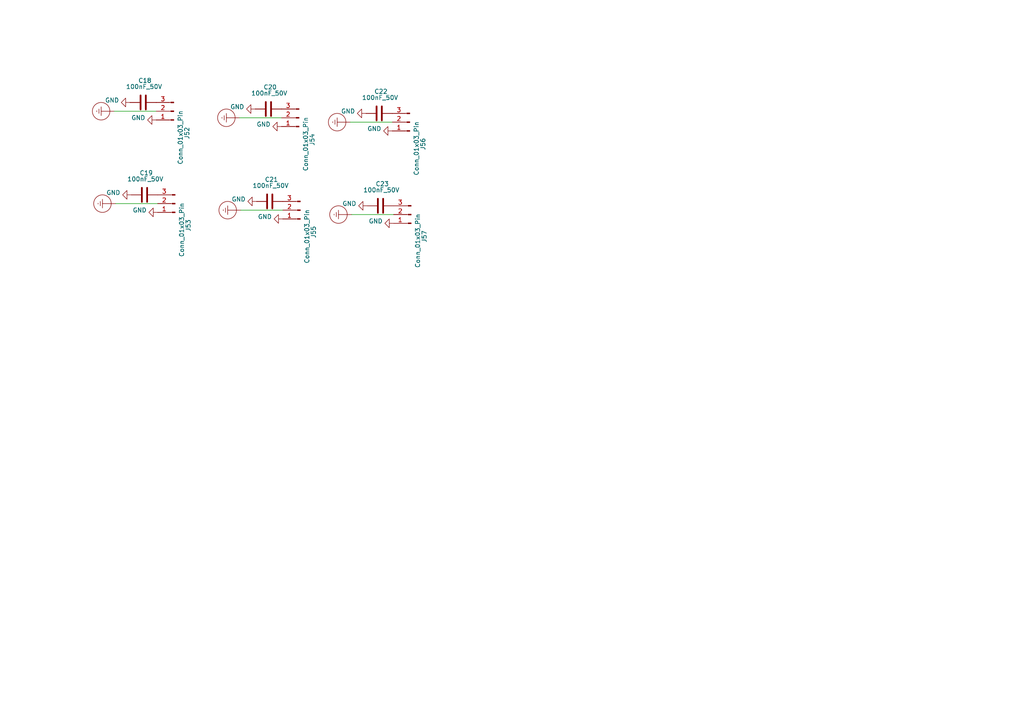
<source format=kicad_sch>
(kicad_sch (version 20231120) (generator "eeschema") (generator_version "8.0")
  (paper "A4")
  (lib_symbols
    (symbol "Connector:Conn_01x03_Pin" (pin_names (offset 1.016) hide)
      (property "Reference" "J" (at 0 5.08 0))
      (property "Value" "Conn_01x03_Pin" (at 0 -5.08 0))
      (symbol "Conn_01x03_Pin_1_1"
        (polyline (pts (xy 1.27 -2.54) (xy 0.8636 -2.54)) (stroke (width 0.1524)))
        (polyline (pts (xy 1.27 0) (xy 0.8636 0)) (stroke (width 0.1524)))
        (polyline (pts (xy 1.27 2.54) (xy 0.8636 2.54)) (stroke (width 0.1524)))
        (rectangle (start 0.8636 -2.413) (end 0 -2.667) (stroke (width 0.1524)) (fill (type outline)))
        (rectangle (start 0.8636 0.127) (end 0 -0.127) (stroke (width 0.1524)) (fill (type outline)))
        (rectangle (start 0.8636 2.667) (end 0 2.413) (stroke (width 0.1524)) (fill (type outline)))
        (pin passive line (at 5.08 2.54 180) (length 3.81) (name "Pin_1") (number "1"))
        (pin passive line (at 5.08 0 180) (length 3.81) (name "Pin_2") (number "2"))
        (pin passive line (at 5.08 -2.54 180) (length 3.81) (name "Pin_3") (number "3"))
      )
    )
    (symbol "Device:C" (pin_numbers hide) (pin_names (offset 0.254))
      (property "Reference" "C" (at 0.635 2.54 0))
      (property "Value" "C" (at 0.635 -2.54 0))
      (symbol "C_0_1"
        (polyline (pts (xy -2.032 -0.762) (xy 2.032 -0.762)) (stroke (width 0.508)))
        (polyline (pts (xy -2.032 0.762) (xy 2.032 0.762)) (stroke (width 0.508)))
      )
      (symbol "C_1_1"
        (pin passive line (at 0 3.81 270) (length 2.794) (name "~") (number "1"))
        (pin passive line (at 0 -3.81 90) (length 2.794) (name "~") (number "2"))
      )
    )
    (symbol "power:Earth_Protective" (power) (pin_names (offset 0))
      (symbol "Earth_Protective_0_1"
        (circle (center 0 -3.81) (radius 2.54))
        (polyline (pts (xy -0.635 -4.445) (xy 0.635 -4.445)))
        (polyline (pts (xy -0.127 -5.08) (xy 0.127 -5.08)))
        (polyline (pts (xy 0 -3.81) (xy 0 0)))
        (polyline (pts (xy 1.27 -3.81) (xy -1.27 -3.81)))
      )
      (symbol "Earth_Protective_1_1"
        (pin power_in line (at 0 0 270) (length 0) hide (name "Earth_Protective") (number "1"))
      )
    )
    (symbol "power:GND" (power) (pin_names (offset 0))
      (property "Value" "GND" (at 0 -3.81 0))
      (symbol "GND_0_1"
        (polyline (pts (xy 0 0) (xy 0 -1.27) (xy 1.27 -1.27) (xy 0 -2.54) (xy -1.27 -1.27) (xy 0 -1.27)))
      )
      (symbol "GND_1_1"
        (pin power_in line (at 0 0 270) (length 0) hide (name "GND") (number "1"))
      )
    )
  )
  (wire (pts (xy 113.792 35.433) (xy 101.6 35.433)))
  (wire (pts (xy 81.661 34.163) (xy 69.469 34.163)))
  (wire (pts (xy 45.339 32.258) (xy 33.147 32.258)))
  (wire (pts (xy 45.72 59.055) (xy 33.528 59.055)))
  (wire (pts (xy 114.173 62.23) (xy 101.981 62.23)))
  (wire (pts (xy 82.042 60.96) (xy 69.85 60.96)))
  (symbol (lib_id "Connector:Conn_01x03_Pin") (at 50.8 59.055 180) (unit 1)
    (property "Reference" "J53" (at 54.61 65.405 90))
    (property "Value" "Conn_01x03_Pin" (at 52.705 66.675 90))
    (property "Footprint" "Connector_PinHeader_2.54mm:PinHeader_1x03_P2.54mm_Vertical" (effects (hide yes)))
    (property "LCSC" "C2937625" (effects (hide yes)))
  )
  (symbol (lib_id "power:GND") (at 106.553 59.69 270) (unit 1)
    (property "Reference" "#PWR0163" (effects (hide yes)))
    (property "Value" "GND" (at 103.378 59.055 90) (effects (justify right)))
  )
  (symbol (lib_id "power:GND") (at 113.792 37.973 270) (unit 1)
    (property "Reference" "#PWR0167" (effects (hide yes)))
    (property "Value" "GND" (at 110.617 37.338 90) (effects (justify right)))
  )
  (symbol (lib_id "power:GND") (at 81.661 36.703 270) (unit 1)
    (property "Reference" "#PWR0165" (effects (hide yes)))
    (property "Value" "GND" (at 78.486 36.068 90) (effects (justify right)))
  )
  (symbol (lib_id "Device:C") (at 110.363 59.69 90) (unit 1)
    (property "Reference" "C23" (at 110.871 53.34 90))
    (property "Value" "100nF_50V" (at 110.617 55.118 90))
    (property "Footprint" "Capacitor_SMD:C_0402_1005Metric_Pad0.74x0.62mm_HandSolder" (effects (hide yes)))
    (property "LCSC" "C307331" (effects (hide yes)))
    (instances (project "motherboard_v1" (path "" (reference "C23") (unit 1))) (project "CTC100_PCB" (path "" (reference "C?") (unit 1)) (path "" (reference "C?") (unit 1)) (path "" (reference "C?") (unit 1))))
  )
  (symbol (lib_id "power:Earth_Protective") (at 69.85 60.96 270) (unit 1)
    (property "Reference" "#PWR0175" (effects (hide yes)))
    (property "Value" "Earth_Protective" (effects (hide yes)))
  )
  (symbol (lib_id "Device:C") (at 78.232 58.42 90) (unit 1)
    (property "Reference" "C21" (at 78.74 52.07 90))
    (property "Value" "100nF_50V" (at 78.486 53.848 90))
    (property "Footprint" "Capacitor_SMD:C_0402_1005Metric_Pad0.74x0.62mm_HandSolder" (effects (hide yes)))
    (property "LCSC" "C307331" (effects (hide yes)))
    (instances (project "motherboard_v1" (path "" (reference "C21") (unit 1))) (project "CTC100_PCB" (path "" (reference "C?") (unit 1)) (path "" (reference "C?") (unit 1)) (path "" (reference "C?") (unit 1))))
  )
  (symbol (lib_id "power:GND") (at 38.1 56.515 270) (unit 1)
    (property "Reference" "#PWR0169" (effects (hide yes)))
    (property "Value" "GND" (at 34.925 55.88 90) (effects (justify right)))
  )
  (symbol (lib_id "Connector:Conn_01x03_Pin") (at 118.872 35.433 180) (unit 1)
    (property "Reference" "J56" (at 122.682 41.783 90))
    (property "Value" "Conn_01x03_Pin" (at 120.777 43.053 90))
    (property "Footprint" "Connector_PinHeader_2.54mm:PinHeader_1x03_P2.54mm_Vertical" (effects (hide yes)))
    (property "LCSC" "C2937625" (effects (hide yes)))
  )
  (symbol (lib_id "Device:C") (at 77.851 31.623 90) (unit 1)
    (property "Reference" "C20" (at 78.359 25.273 90))
    (property "Value" "100nF_50V" (at 78.105 27.051 90))
    (property "Footprint" "Capacitor_SMD:C_0402_1005Metric_Pad0.74x0.62mm_HandSolder" (effects (hide yes)))
    (property "LCSC" "C307331" (effects (hide yes)))
    (instances (project "motherboard_v1" (path "" (reference "C20") (unit 1))) (project "CTC100_PCB" (path "" (reference "C?") (unit 1)) (path "" (reference "C?") (unit 1)) (path "" (reference "C?") (unit 1))))
  )
  (symbol (lib_id "power:GND") (at 74.422 58.42 270) (unit 1)
    (property "Reference" "#PWR0173" (effects (hide yes)))
    (property "Value" "GND" (at 71.247 57.785 90) (effects (justify right)))
  )
  (symbol (lib_id "power:Earth_Protective") (at 33.147 32.258 270) (unit 1)
    (property "Reference" "#PWR0177" (effects (hide yes)))
    (property "Value" "Earth_Protective" (effects (hide yes)))
  )
  (symbol (lib_id "Connector:Conn_01x03_Pin") (at 86.741 34.163 180) (unit 1)
    (property "Reference" "J54" (at 90.551 40.513 90))
    (property "Value" "Conn_01x03_Pin" (at 88.646 41.783 90))
    (property "Footprint" "Connector_PinHeader_2.54mm:PinHeader_1x03_P2.54mm_Vertical" (effects (hide yes)))
    (property "LCSC" "C2937625" (effects (hide yes)))
  )
  (symbol (lib_id "power:GND") (at 114.173 64.77 270) (unit 1)
    (property "Reference" "#PWR0160" (effects (hide yes)))
    (property "Value" "GND" (at 110.998 64.135 90) (effects (justify right)))
  )
  (symbol (lib_id "power:GND") (at 74.041 31.623 270) (unit 1)
    (property "Reference" "#PWR0168" (effects (hide yes)))
    (property "Value" "GND" (at 70.866 30.988 90) (effects (justify right)))
  )
  (symbol (lib_id "Device:C") (at 109.982 32.893 90) (unit 1)
    (property "Reference" "C22" (at 110.49 26.543 90))
    (property "Value" "100nF_50V" (at 110.236 28.321 90))
    (property "Footprint" "Capacitor_SMD:C_0402_1005Metric_Pad0.74x0.62mm_HandSolder" (effects (hide yes)))
    (property "LCSC" "C307331" (effects (hide yes)))
    (instances (project "motherboard_v1" (path "" (reference "C22") (unit 1))) (project "CTC100_PCB" (path "" (reference "C?") (unit 1)) (path "" (reference "C?") (unit 1)) (path "" (reference "C?") (unit 1))))
  )
  (symbol (lib_id "power:GND") (at 45.72 61.595 270) (unit 1)
    (property "Reference" "#PWR0172" (effects (hide yes)))
    (property "Value" "GND" (at 42.545 60.96 90) (effects (justify right)))
  )
  (symbol (lib_id "Connector:Conn_01x03_Pin") (at 119.253 62.23 180) (unit 1)
    (property "Reference" "J57" (at 123.063 68.58 90))
    (property "Value" "Conn_01x03_Pin" (at 121.158 69.85 90))
    (property "Footprint" "Connector_PinHeader_2.54mm:PinHeader_1x03_P2.54mm_Vertical" (effects (hide yes)))
    (property "LCSC" "C2937625" (effects (hide yes)))
  )
  (symbol (lib_id "power:Earth_Protective") (at 101.6 35.433 270) (unit 1)
    (property "Reference" "#PWR0162" (effects (hide yes)))
    (property "Value" "Earth_Protective" (effects (hide yes)))
  )
  (symbol (lib_id "power:GND") (at 82.042 63.5 270) (unit 1)
    (property "Reference" "#PWR0166" (effects (hide yes)))
    (property "Value" "GND" (at 78.867 62.865 90) (effects (justify right)))
  )
  (symbol (lib_id "Device:C") (at 41.529 29.718 90) (unit 1)
    (property "Reference" "C18" (at 42.037 23.368 90))
    (property "Value" "100nF_50V" (at 41.783 25.146 90))
    (property "Footprint" "Capacitor_SMD:C_0402_1005Metric_Pad0.74x0.62mm_HandSolder" (effects (hide yes)))
    (property "LCSC" "C307331" (effects (hide yes)))
    (instances (project "motherboard_v1" (path "" (reference "C18") (unit 1))) (project "CTC100_PCB" (path "" (reference "C?") (unit 1)) (path "" (reference "C?") (unit 1)) (path "" (reference "C?") (unit 1))))
  )
  (symbol (lib_id "Connector:Conn_01x03_Pin") (at 87.122 60.96 180) (unit 1)
    (property "Reference" "J55" (at 90.932 67.31 90))
    (property "Value" "Conn_01x03_Pin" (at 89.027 68.58 90))
    (property "Footprint" "Connector_PinHeader_2.54mm:PinHeader_1x03_P2.54mm_Vertical" (effects (hide yes)))
    (property "LCSC" "C2937625" (effects (hide yes)))
  )
  (symbol (lib_id "power:Earth_Protective") (at 101.981 62.23 270) (unit 1)
    (property "Reference" "#PWR0164" (effects (hide yes)))
    (property "Value" "Earth_Protective" (effects (hide yes)))
  )
  (symbol (lib_id "Connector:Conn_01x03_Pin") (at 50.419 32.258 180) (unit 1)
    (property "Reference" "J52" (at 54.229 38.608 90))
    (property "Value" "Conn_01x03_Pin" (at 52.324 39.878 90))
    (property "Footprint" "Connector_PinHeader_2.54mm:PinHeader_1x03_P2.54mm_Vertical" (effects (hide yes)))
    (property "LCSC" "C2937625" (effects (hide yes)))
  )
  (symbol (lib_id "power:Earth_Protective") (at 69.469 34.163 270) (unit 1)
    (property "Reference" "#PWR0174" (effects (hide yes)))
    (property "Value" "Earth_Protective" (effects (hide yes)))
  )
  (symbol (lib_id "power:GND") (at 106.172 32.893 270) (unit 1)
    (property "Reference" "#PWR0161" (effects (hide yes)))
    (property "Value" "GND" (at 102.997 32.258 90) (effects (justify right)))
  )
  (symbol (lib_id "power:GND") (at 37.719 29.718 270) (unit 1)
    (property "Reference" "#PWR0176" (effects (hide yes)))
    (property "Value" "GND" (at 34.544 29.083 90) (effects (justify right)))
  )
  (symbol (lib_id "Device:C") (at 41.91 56.515 90) (unit 1)
    (property "Reference" "C19" (at 42.418 50.165 90))
    (property "Value" "100nF_50V" (at 42.164 51.943 90))
    (property "Footprint" "Capacitor_SMD:C_0402_1005Metric_Pad0.74x0.62mm_HandSolder" (effects (hide yes)))
    (property "LCSC" "C307331" (effects (hide yes)))
    (instances (project "motherboard_v1" (path "" (reference "C19") (unit 1))) (project "CTC100_PCB" (path "" (reference "C?") (unit 1)) (path "" (reference "C?") (unit 1)) (path "" (reference "C?") (unit 1))))
  )
  (symbol (lib_id "power:GND") (at 45.339 34.798 270) (unit 1)
    (property "Reference" "#PWR0171" (effects (hide yes)))
    (property "Value" "GND" (at 42.164 34.163 90) (effects (justify right)))
  )
  (symbol (lib_id "power:Earth_Protective") (at 33.528 59.055 270) (unit 1)
    (property "Reference" "#PWR0170" (effects (hide yes)))
    (property "Value" "Earth_Protective" (effects (hide yes)))
  )
)
</source>
